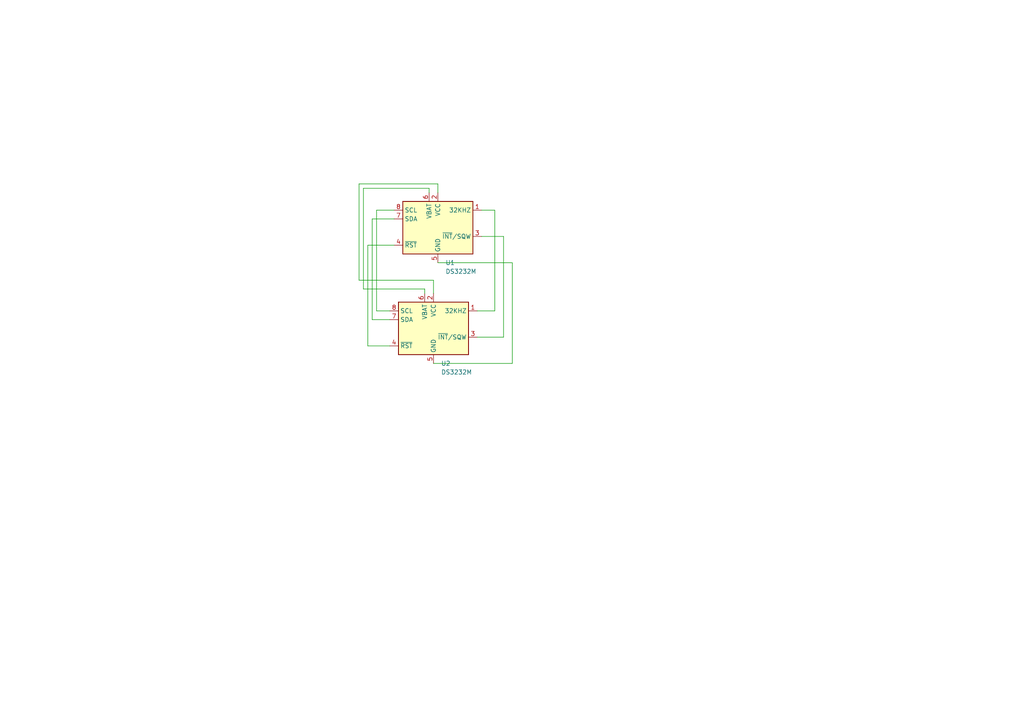
<source format=kicad_sch>
(kicad_sch (version 20230121) (generator eeschema)
  (paper "A4")
  (lib_symbols
    (symbol "Timer_RTC:DS3232M"
      (property "Reference" "U" (at -7.62 8.89 0))
      (property "Value" "DS3232M" (at 10.16 8.89 0))
      (symbol "DS3232M_0_1"
        (rectangle (start -10.16 7.62) (end 10.16 -7.62) (stroke (width 0.254)) (fill (type background)))
      )
      (symbol "DS3232M_1_1"
        (pin output line (at 12.7 5.08 180) (length 2.54) (name "32KHZ") (number "1"))
        (pin power_in line (at 0 10.16 270) (length 2.54) (name "VCC") (number "2"))
        (pin open_collector line (at 12.7 -2.54 180) (length 2.54) (name "~{INT}/SQW") (number "3"))
        (pin bidirectional line (at -12.7 -5.08 0) (length 2.54) (name "~{RST}") (number "4"))
        (pin power_in line (at 0 -10.16 90) (length 2.54) (name "GND") (number "5"))
        (pin power_in line (at -2.54 10.16 270) (length 2.54) (name "VBAT") (number "6"))
        (pin bidirectional line (at -12.7 2.54 0) (length 2.54) (name "SDA") (number "7"))
        (pin input line (at -12.7 5.08 0) (length 2.54) (name "SCL") (number "8"))
      )
    )
  )
  (wire (pts (xy 109.22 60.96) (xy 114.3 60.96)))
  (wire (pts (xy 114.3 63.5) (xy 107.95 63.5)))
  (wire (pts (xy 106.68 100.33) (xy 113.03 100.33)))
  (wire (pts (xy 105.41 54.61) (xy 105.41 83.82)))
  (wire (pts (xy 124.46 54.61) (xy 105.41 54.61)))
  (wire (pts (xy 124.46 55.88) (xy 124.46 54.61)))
  (wire (pts (xy 107.95 63.5) (xy 107.95 92.71)))
  (wire (pts (xy 138.43 90.17) (xy 143.51 90.17)))
  (wire (pts (xy 146.05 97.79) (xy 146.05 68.58)))
  (wire (pts (xy 148.59 76.2) (xy 148.59 105.41)))
  (wire (pts (xy 109.22 90.17) (xy 109.22 60.96)))
  (wire (pts (xy 104.14 53.34) (xy 104.14 81.28)))
  (wire (pts (xy 143.51 60.96) (xy 139.7 60.96)))
  (wire (pts (xy 138.43 97.79) (xy 146.05 97.79)))
  (wire (pts (xy 146.05 68.58) (xy 139.7 68.58)))
  (wire (pts (xy 143.51 90.17) (xy 143.51 60.96)))
  (wire (pts (xy 106.68 71.12) (xy 106.68 100.33)))
  (wire (pts (xy 105.41 83.82) (xy 123.19 83.82)))
  (wire (pts (xy 148.59 105.41) (xy 125.73 105.41)))
  (wire (pts (xy 125.73 81.28) (xy 125.73 85.09)))
  (wire (pts (xy 123.19 83.82) (xy 123.19 85.09)))
  (wire (pts (xy 127 55.88) (xy 127 53.34)))
  (wire (pts (xy 127 53.34) (xy 104.14 53.34)))
  (wire (pts (xy 127 76.2) (xy 148.59 76.2)))
  (wire (pts (xy 113.03 90.17) (xy 109.22 90.17)))
  (wire (pts (xy 107.95 92.71) (xy 113.03 92.71)))
  (wire (pts (xy 104.14 81.28) (xy 125.73 81.28)))
  (wire (pts (xy 114.3 71.12) (xy 106.68 71.12)))
  (symbol (lib_id "Timer_RTC:DS3232M") (at 127 66.04 0) (unit 1)
    (property "Reference" "U1" (at 129.1941 76.2 0) (effects (justify left)))
    (property "Value" "DS3232M" (at 129.1941 78.74 0) (effects (justify left)))
    (property "Footprint" "Package_SO:SOIC-16_3.9x9.9mm_P1.27mm" (effects hide))
    (property "Datasheet" "http://datasheets.maximintegrated.com/en/ds/DS3232M.pdf" (effects hide))
  )
  (symbol (lib_id "Timer_RTC:DS3232M") (at 125.73 95.25 0) (unit 1)
    (property "Reference" "U2" (at 127.9241 105.41 0) (effects (justify left)))
    (property "Value" "DS3232M" (at 127.9241 107.95 0) (effects (justify left)))
    (property "Footprint" "Package_SO:SOIC-16W-12_7.5x10.3mm_P1.27mm" (effects hide))
    (property "Datasheet" "http://datasheets.maximintegrated.com/en/ds/DS3232M.pdf" (effects hide))
  )
)
</source>
